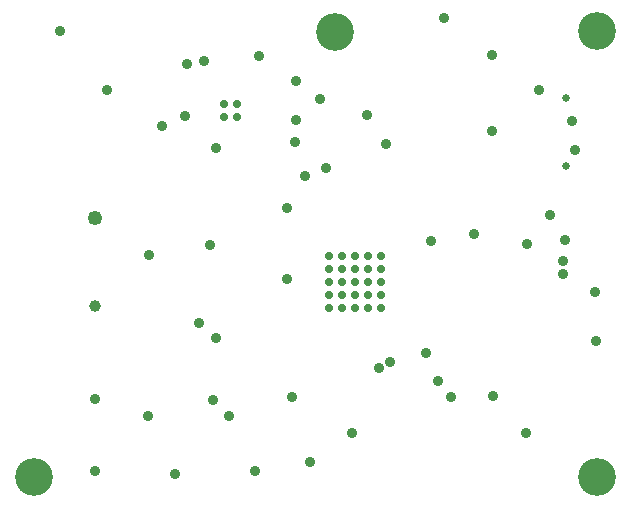
<source format=gbr>
%TF.GenerationSoftware,Altium Limited,Altium Designer,24.5.2 (23)*%
G04 Layer_Color=16711935*
%FSLAX45Y45*%
%MOMM*%
%TF.SameCoordinates,DE48C8CA-727C-43F3-B7AC-81352024B8C0*%
%TF.FilePolarity,Negative*%
%TF.FileFunction,Soldermask,Bot*%
%TF.Part,Single*%
G01*
G75*
%TA.AperFunction,ComponentPad*%
%ADD45C,1.00000*%
%ADD46C,1.25000*%
%ADD47C,0.65000*%
%TA.AperFunction,ViaPad*%
%ADD65C,3.20320*%
%ADD66C,0.90320*%
%ADD67C,0.70320*%
D45*
X7700000Y8600000D02*
D03*
D46*
Y9345000D02*
D03*
D47*
X11687500Y10361500D02*
D03*
Y9783500D02*
D03*
D65*
X9730000Y10920000D02*
D03*
X11950000Y10925000D02*
D03*
Y7150000D02*
D03*
X7181605Y7152000D02*
D03*
D66*
X11680000Y9160000D02*
D03*
X10160000Y9970000D02*
D03*
X10650000Y11040000D02*
D03*
X8670000Y9117500D02*
D03*
X11550000Y9370000D02*
D03*
X11457500Y10427500D02*
D03*
X8722500Y9932500D02*
D03*
X7402500Y10930000D02*
D03*
X9087500Y10715000D02*
D03*
X9605000Y10352500D02*
D03*
X9400000Y10175000D02*
D03*
Y10500000D02*
D03*
X9392500Y9985000D02*
D03*
X8152500Y9030000D02*
D03*
X8147500Y7662500D02*
D03*
X8830000Y7665000D02*
D03*
X9365000Y7827500D02*
D03*
X10602500Y7962500D02*
D03*
X10500000Y8200000D02*
D03*
X11067500Y7835000D02*
D03*
X10710000Y7830000D02*
D03*
X7697500Y7807500D02*
D03*
X8697500Y7800000D02*
D03*
X11060000Y10720000D02*
D03*
Y10080000D02*
D03*
X10910000Y9210000D02*
D03*
X11360000Y9120000D02*
D03*
X11660000Y8870000D02*
D03*
Y8980000D02*
D03*
X11930000Y8720000D02*
D03*
X11940000Y8300000D02*
D03*
X11350000Y7525000D02*
D03*
X9875000D02*
D03*
X10200000Y8125000D02*
D03*
X9475000Y9700000D02*
D03*
X9652500Y9765000D02*
D03*
X8375000Y7175000D02*
D03*
X7700000Y7200000D02*
D03*
X9050000D02*
D03*
X8725000Y8325000D02*
D03*
X8575000Y8450000D02*
D03*
X7800000Y10425000D02*
D03*
X8625000Y10675000D02*
D03*
X8475000Y10650000D02*
D03*
X10547500Y9150000D02*
D03*
X9325000Y9425000D02*
D03*
X10100000Y8075000D02*
D03*
X9325000Y8825000D02*
D03*
X9997500Y10217500D02*
D03*
X9515000Y7277500D02*
D03*
X11760000Y9920000D02*
D03*
X11740000Y10167500D02*
D03*
X8457500Y10202500D02*
D03*
X8267500Y10117500D02*
D03*
D67*
X9680000Y9020000D02*
D03*
X9790000D02*
D03*
X9900000D02*
D03*
X10010000D02*
D03*
X10120000D02*
D03*
X9680000Y8910000D02*
D03*
X9790000D02*
D03*
X9900000D02*
D03*
X10010000D02*
D03*
X10120000D02*
D03*
X9680000Y8800000D02*
D03*
X9790000D02*
D03*
X9900000D02*
D03*
X10010000D02*
D03*
X10120000D02*
D03*
X9680000Y8690000D02*
D03*
X9790000D02*
D03*
X9900000D02*
D03*
X10010000D02*
D03*
X10120000D02*
D03*
X9680000Y8580000D02*
D03*
X9790000D02*
D03*
X9900000D02*
D03*
X10010000D02*
D03*
X10120000D02*
D03*
X8902500Y10195000D02*
D03*
Y10305000D02*
D03*
X8792500D02*
D03*
Y10195000D02*
D03*
%TF.MD5,e35cec9c22b3463d96fdae516c1c71d3*%
M02*

</source>
